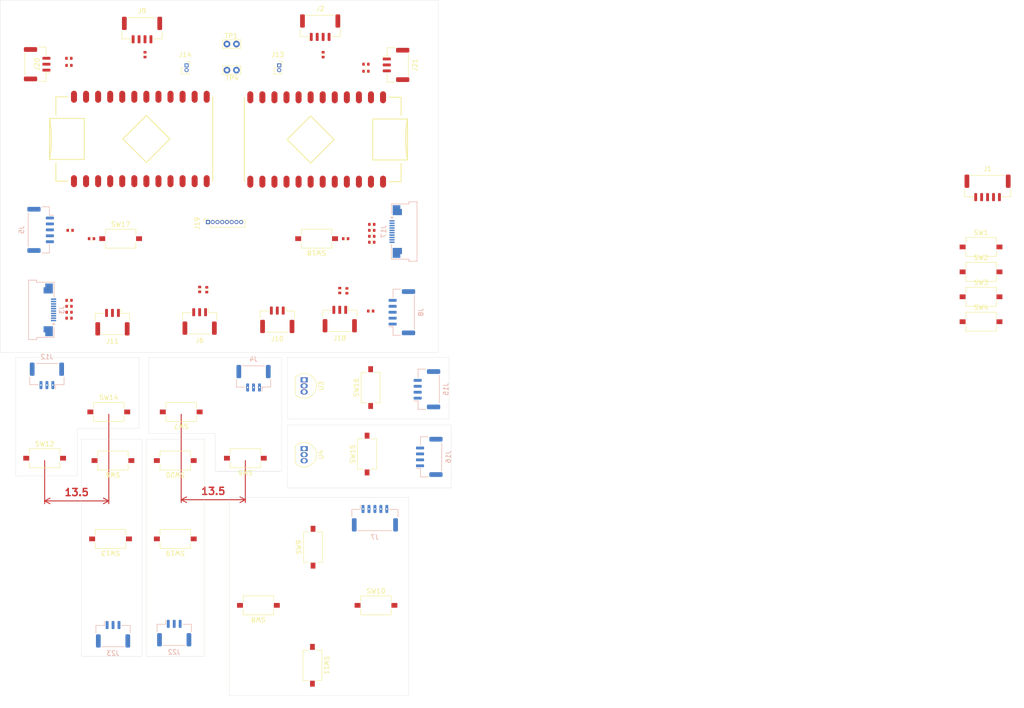
<source format=kicad_pcb>
(kicad_pcb (version 20241229) (generator "pcbnew") (generator_version "9.0")
  (layers (0 "F.Cu" signal) (2 "B.Cu" signal) (13 "F.Paste" user) (15 "B.Paste" user) (5 "F.SilkS" user "F.Silkscreen") (7 "B.SilkS" user "B.Silkscreen") (1 "F.Mask" user) (3 "B.Mask" user) (25 "Edge.Cuts" user))
  (net 0 "")
  (net 1 "/Btn_Y")
  (net 2 "/Btn_A")
  (net 3 "/Btn_B")
  (net 4 "/Btn_X")
  (net 5 "GND")
  (net 6 "/L1")
  (net 7 "VCC")
  (net 8 "/L2")
  (net 9 "/Xout")
  (net 10 "/Yout")
  (net 11 "/Btn")
  (net 12 "/PP4")
  (net 13 "/Btn_SP2")
  (net 14 "/Btn_+")
  (net 15 "/X")
  (net 16 "/Y")
  (net 17 "/A")
  (net 18 "/B")
  (net 19 "/Btn2")
  (net 20 "/Y2out")
  (net 21 "/X2out")
  (net 22 "/Btn_U")
  (net 23 "/Btn_L")
  (net 24 "/Btn_R")
  (net 25 "/Btn_D")
  (net 26 "/U")
  (net 27 "/D")
  (net 28 "/R")
  (net 29 "/L")
  (net 30 "VCC2")
  (net 31 "/R1")
  (net 32 "/R2")
  (net 33 "/A3")
  (net 34 "/A32")
  (net 35 "/FB_VCC")
  (net 36 "/Btn_SP3")
  (net 37 "/Btn_-")
  (net 38 "/SR_VCC")
  (net 39 "SCL")
  (net 40 "SDA")
  (net 42 "/Vin")
  (net 43 "/Pad3")
  (net 44 "/Pad4")
  (net 45 "/D_VCC")
  (net 46 "/SL_VCC")
  (net 48 "/Pad1")
  (net 49 "/Pad2")
  (net 52 "/Vin2")
  (net 56 "/L2P")
  (net 57 "GND_LSP")
  (net 58 "/L1P")
  (net 59 "VCC_LSP")
  (net 60 "VCC_RSP")
  (net 61 "/R1P")
  (net 62 "/R2P")
  (net 63 "GND_RSP")
  (net 70 "/AD0")
  (net 71 "/SP3")
  (net 72 "/minus")
  (net 73 "/SP2")
  (net 74 "/plus")
  (net 75 "/PPVCC2")
  (net 76 "/RST2")
  (net 77 "/PP3")
  (net 78 "/RST1")
  (net 79 "/PP2")
  (net 80 "/PPVCC1")
  (net 81 "/PP1")
  (footprint "PCM_SparkFun-Resistor:R_0402_1005Metric" (layer "F.Cu") (at 34.26 80 180)
    (property "Reference" "R21")
    (property "Value" "1k")
    (pad "1" smd roundrect (at -0.51 0 180) (size 0.54 0.64) (layers "F.Cu" "F.Mask" "F.Paste") (net 27 "/D"))
    (pad "2" smd roundrect (at 0.51 0 180) (size 0.54 0.64) (layers "F.Cu" "F.Mask" "F.Paste") (net 5 "GND"))
  )
  (footprint "Package_TO_SOT_THT:TO-92_Inline" (layer "F.Cu") (at 83.75 96.75 -90)
    (property "Reference" "U3" (at 1.27 -3.56 90) (layer "F.SilkS"))
    (property "Value" "DRV5033FAxLPG")
    (pad "1" thru_hole rect (at 0 0 270) (size 1.05 1.5) (drill 0.75) (layers "*.Cu" "*.Mask") (net 59 "VCC_LSP"))
    (pad "2" thru_hole oval (at 1.27 0 270) (size 1.05 1.5) (drill 0.75) (layers "*.Cu" "*.Mask") (net 57 "GND_LSP"))
    (pad "3" thru_hole oval (at 2.54 0 270) (size 1.05 1.5) (drill 0.75) (layers "*.Cu" "*.Mask") (net 56 "/L2P"))
  )
  (footprint "Button_Switch_SMD:SW_Tactile_SPST_NO_Straight_CK_PTS636Sx25SMTRLFS" (layer "F.Cu") (at 71.375 113.25 180)
    (property "Reference" "SW5" (at 0 -3 180) (layer "F.SilkS"))
    (property "Value" "SMD_12x12mm_h8.5mm")
    (pad "1" smd rect (at -3.875 0 180) (size 1.25 1) (layers "F.Cu" "F.Mask" "F.Paste") (net 14 "/Btn_+"))
    (pad "2" smd rect (at 3.875 0 180) (size 1.25 1) (layers "F.Cu" "F.Mask" "F.Paste") (net 38 "/SR_VCC"))
  )
  (footprint "Button_Switch_SMD:SW_Tactile_SPST_NO_Straight_CK_PTS636Sx25SMTRLFS" (layer "F.Cu") (at 226.25 79.25)
    (property "Reference" "SW3" (at 0 -3 0) (layer "F.SilkS"))
    (property "Value" "SMD_12x12mm_h8.5mm")
    (pad "1" smd rect (at -3.875 0) (size 1.25 1) (layers "F.Cu" "F.Mask" "F.Paste") (net 3 "/Btn_B"))
    (pad "2" smd rect (at 3.875 0) (size 1.25 1) (layers "F.Cu" "F.Mask" "F.Paste") (net 35 "/FB_VCC"))
  )
  (footprint "Button_Switch_SMD:SW_Tactile_SPST_NO_Straight_CK_PTS636Sx25SMTRLFS" (layer "F.Cu") (at 43.5 113.75 180)
    (property "Reference" "SW6" (at 0 -3 180) (layer "F.SilkS"))
    (property "Value" "SMD_12x12mm_h8.5mm")
    (pad "1" smd rect (at -3.875 0 180) (size 1.25 1) (layers "F.Cu" "F.Mask" "F.Paste") (net 79 "/PP2"))
    (pad "2" smd rect (at 3.875 0 180) (size 1.25 1) (layers "F.Cu" "F.Mask" "F.Paste") (net 80 "/PPVCC1"))
  )
  (footprint "PCM_SparkFun-Resistor:R_0402_1005Metric" (layer "F.Cu") (at 38.99 67 180)
    (property "Reference" "R13")
    (property "Value" "1k")
    (pad "1" smd roundrect (at -0.51 0 180) (size 0.54 0.64) (layers "F.Cu" "F.Mask" "F.Paste") (net 76 "/RST2"))
    (pad "2" smd roundrect (at 0.51 0 180) (size 0.54 0.64) (layers "F.Cu" "F.Mask" "F.Paste") (net 5 "GND"))
  )
  (footprint "Connector_PinSocket_1.00mm:PinSocket_1x02_P1.00mm_Vertical" (layer "F.Cu") (at 59 30.5)
    (property "Reference" "J14" (at -0.29 -2.25 0) (layer "F.SilkS"))
    (property "Value" "Conn_01x02_Socket")
    (pad "1" thru_hole rect (at 0 0) (size 0.85 0.85) (drill 0.5) (layers "*.Cu" "*.Mask") (net 52 "/Vin2"))
    (pad "2" thru_hole circle (at 0 1) (size 0.85 0.85) (drill 0.5) (layers "*.Cu" "*.Mask") (net 5 "GND"))
  )
  (footprint "PCM_SparkFun-Resistor:R_0402_1005Metric" (layer "F.Cu") (at 92.49 67)
    (property "Reference" "R19")
    (property "Value" "1k")
    (pad "1" smd roundrect (at -0.51 0) (size 0.54 0.64) (layers "F.Cu" "F.Mask" "F.Paste") (net 78 "/RST1"))
    (pad "2" smd roundrect (at 0.51 0) (size 0.54 0.64) (layers "F.Cu" "F.Mask" "F.Paste") (net 5 "GND"))
  )
  (footprint "PCM_SparkFun-Resistor:R_0402_1005Metric" (layer "F.Cu") (at 97.99 67.75 180)
    (property "Reference" "R4")
    (property "Value" "1k")
    (pad "1" smd roundrect (at -0.51 0 180) (size 0.54 0.64) (layers "F.Cu" "F.Mask" "F.Paste") (net 17 "/A"))
    (pad "2" smd roundrect (at 0.51 0 180) (size 0.54 0.64) (layers "F.Cu" "F.Mask" "F.Paste") (net 5 "GND"))
  )
  (footprint "PCM_SparkFun-Board:ProMicroC" (layer "F.Cu") (at 48 46 90)
    (property "Reference" "U2")
    (property "Value" "ProMicroC")
    (pad "1" smd roundrect (at -8.89 -12.7 90) (size 2.54 1.27) (layers "F.Cu" "F.Mask" "F.Paste") (roundrect_rratio 0.5))
    (pad "2" smd roundrect (at -8.89 -10.16 90) (size 2.54 1.27) (layers "F.Cu" "F.Mask" "F.Paste") (roundrect_rratio 0.5))
    (pad "3" smd roundrect (at -8.89 -7.62 90) (size 2.54 1.27) (layers "F.Cu" "F.Mask" "F.Paste") (roundrect_rratio 0.5) (net 5 "GND"))
    (pad "4" smd roundrect (at -8.89 -5.08 90) (size 2.54 1.27) (layers "F.Cu" "F.Mask" "F.Paste") (roundrect_rratio 0.5) (net 5 "GND"))
    (pad "5" smd roundrect (at -8.89 -2.54 90) (size 2.54 1.27) (layers "F.Cu" "F.Mask" "F.Paste") (roundrect_rratio 0.5) (net 40 "SDA"))
    (pad "6" smd roundrect (at -8.89 0 90) (size 2.54 1.27) (layers "F.Cu" "F.Mask" "F.Paste") (roundrect_rratio 0.5) (net 39 "SCL"))
    (pad "7" smd roundrect (at -8.89 2.54 90) (size 2.54 1.27) (layers "F.Cu" "F.Mask" "F.Paste") (roundrect_rratio 0.5) (net 26 "/U"))
    (pad "8" smd roundrect (at -8.89 5.08 90) (size 2.54 1.27) (layers "F.Cu" "F.Mask" "F.Paste") (roundrect_rratio 0.5) (net 29 "/L"))
    (pad "9" smd roundrect (at -8.89 7.62 90) (size 2.54 1.27) (layers "F.Cu" "F.Mask" "F.Paste") (roundrect_rratio 0.5) (net 28 "/R"))
    (pad "10" smd roundrect (at -8.89 10.16 90) (size 2.54 1.27) (layers "F.Cu" "F.Mask" "F.Paste") (roundrect_rratio 0.5) (net 27 "/D"))
    (pad "11" smd roundrect (at -8.89 12.7 90) (size 2.54 1.27) (layers "F.Cu" "F.Mask" "F.Paste") (roundrect_rratio 0.5) (net 19 "/Btn2"))
    (pad "12" smd roundrect (at -8.89 15.24 90) (size 2.54 1.27) (layers "F.Cu" "F.Mask" "F.Paste") (roundrect_rratio 0.5) (net 6 "/L1"))
    (pad "13" smd roundrect (at 8.89 15.24 90) (size 2.54 1.27) (layers "F.Cu" "F.Mask" "F.Paste") (roundrect_rratio 0.5) (net 72 "/minus"))
    (pad "14" smd roundrect (at 8.89 12.7 90) (size 2.54 1.27) (layers "F.Cu" "F.Mask" "F.Paste") (roundrect_rratio 0.5) (net 71 "/SP3"))
    (pad "15" smd roundrect (at 8.89 10.16 90) (size 2.54 1.27) (layers "F.Cu" "F.Mask" "F.Paste") (roundrect_rratio 0.5) (net 43 "/Pad3"))
    (pad "16" smd roundrect (at 8.89 7.62 90) (size 2.54 1.27) (layers "F.Cu" "F.Mask" "F.Paste") (roundrect_rratio 0.5) (net 44 "/Pad4"))
    (pad "17" smd roundrect (at 8.89 5.08 90) (size 2.54 1.27) (layers "F.Cu" "F.Mask" "F.Paste") (roundrect_rratio 0.5) (net 21 "/X2out"))
    (pad "18" smd roundrect (at 8.89 2.54 90) (size 2.54 1.27) (layers "F.Cu" "F.Mask" "F.Paste") (roundrect_rratio 0.5) (net 20 "/Y2out"))
    (pad "19" smd roundrect (at 8.89 0 90) (size 2.54 1.27) (layers "F.Cu" "F.Mask" "F.Paste") (roundrect_rratio 0.5) (net 8 "/L2"))
    (pad "20" smd roundrect (at 8.89 -2.54 90) (size 2.54 1.27) (layers "F.Cu" "F.Mask" "F.Paste") (roundrect_rratio 0.5) (net 34 "/A32"))
    (pad "21" smd roundrect (at 8.89 -5.08 90) (size 2.54 1.27) (layers "F.Cu" "F.Mask" "F.Paste") (roundrect_rratio 0.5) (net 30 "VCC2"))
    (pad "22" smd roundrect (at 8.89 -7.62 90) (size 2.54 1.27) (layers "F.Cu" "F.Mask" "F.Paste") (roundrect_rratio 0.5) (net 76 "/RST2"))
    (pad "23" smd roundrect (at 8.89 -10.16 90) (size 2.54 1.27) (layers "F.Cu" "F.Mask" "F.Paste") (roundrect_rratio 0.5) (net 5 "GND"))
    (pad "24" smd roundrect (at 8.89 -12.7 90) (size 2.54 1.27) (layers "F.Cu" "F.Mask" "F.Paste") (roundrect_rratio 0.5) (net 52 "/Vin2"))
  )
  (footprint "Connector_JST:JST_GH_BM03B-GHS-TBT_1x03-1MP_P1.25mm_Vertical" (layer "F.Cu") (at 103.1 30.4 -90)
    (property "Reference" "J21" (at 0 -4 90) (layer "F.SilkS"))
    (property "Value" "JST_1mm_3")
    (pad "1" smd roundrect (at -1.25 1.95 270) (size 0.6 1.7) (layers "F.Cu" "F.Mask" "F.Paste") (net 7 "VCC"))
    (pad "2" smd roundrect (at 0 1.95 270) (size 0.6 1.7) (layers "F.Cu" "F.Mask" "F.Paste") (net 74 "/plus"))
    (pad "3" smd roundrect (at 1.25 1.95 270) (size 0.6 1.7) (layers "F.Cu" "F.Mask" "F.Paste") (net 73 "/SP2"))
    (pad "MP" smd roundrect (at -3.1 -1.4 270) (size 1 2.8) (layers "F.Cu" "F.Mask" "F.Paste"))
    (pad "MP" smd roundrect (at 3.1 -1.4 270) (size 1 2.8) (layers "F.Cu" "F.Mask" "F.Paste"))
  )
  (footprint "Button_Switch_SMD:SW_Tactile_SPST_NO_Straight_CK_PTS636Sx25SMTRLFS" (layer "F.Cu") (at 226.25 84.5)
    (property "Reference" "SW4" (at 0 -3 0) (layer "F.SilkS"))
    (property "Value" "SMD_12x12mm_h8.5mm")
    (pad "1" smd rect (at -3.875 0) (size 1.25 1) (layers "F.Cu" "F.Mask" "F.Paste") (net 2 "/Btn_A"))
    (pad "2" smd rect (at 3.875 0) (size 1.25 1) (layers "F.Cu" "F.Mask" "F.Paste") (net 35 "/FB_VCC"))
  )
  (footprint "Button_Switch_SMD:SW_Tactile_SPST_NO_Straight_CK_PTS636Sx25SMTRLFS" (layer "F.Cu") (at 85.625 132 90)
    (property "Reference" "SW9" (at 0 -3 90) (layer "F.SilkS"))
    (property "Value" "SMD_12x12mm_h8.5mm")
    (pad "1" smd rect (at -3.875 0 90) (size 1.25 1) (layers "F.Cu" "F.Mask" "F.Paste") (net 22 "/Btn_U"))
    (pad "2" smd rect (at 3.875 0 90) (size 1.25 1) (layers "F.Cu" "F.Mask" "F.Paste") (net 45 "/D_VCC"))
  )
  (footprint "Button_Switch_SMD:SW_Tactile_SPST_NO_Straight_CK_PTS636Sx25SMTRLFS" (layer "F.Cu") (at 29.125 113.25)
    (property "Reference" "SW12" (at 0 -3 0) (layer "F.SilkS"))
    (property "Value" "SMD_12x12mm_h8.5mm")
    (pad "1" smd rect (at -3.875 0) (size 1.25 1) (layers "F.Cu" "F.Mask" "F.Paste") (net 37 "/Btn_-"))
    (pad "2" smd rect (at 3.875 0) (size 1.25 1) (layers "F.Cu" "F.Mask" "F.Paste") (net 46 "/SL_VCC"))
  )
  (footprint "Connector_JST:JST_GH_BM03B-GHS-TBT_1x03-1MP_P1.25mm_Vertical" (layer "F.Cu") (at 27.55 30.25 90)
    (property "Reference" "J20" (at 0 0 90) (layer "F.SilkS"))
    (property "Value" "JST_1mm_3")
    (pad "1" smd roundrect (at -1.25 1.95 90) (size 0.6 1.7) (layers "F.Cu" "F.Mask" "F.Paste") (net 30 "VCC2"))
    (pad "2" smd roundrect (at 0 1.95 90) (size 0.6 1.7) (layers "F.Cu" "F.Mask" "F.Paste") (net 71 "/SP3"))
    (pad "3" smd roundrect (at 1.25 1.95 90) (size 0.6 1.7) (layers "F.Cu" "F.Mask" "F.Paste") (net 72 "/minus"))
    (pad "MP" smd roundrect (at -3.1 -1.4 90) (size 1 2.8) (layers "F.Cu" "F.Mask" "F.Paste"))
    (pad "MP" smd roundrect (at 3.1 -1.4 90) (size 1 2.8) (layers "F.Cu" "F.Mask" "F.Paste"))
  )
  (footprint "Connector_JST:JST_GH_BM04B-GHS-TBT_1x04-1MP_P1.25mm_Vertical" (layer "F.Cu") (at 49.625 23.05)
    (property "Reference" "J9" (at 0 -4 0) (layer "F.SilkS"))
    (property "Value" "Conn_01x04")
    (pad "1" smd roundrect (at -1.875 1.95) (size 0.6 1.7) (layers "F.Cu" "F.Mask" "F.Paste") (net 30 "VCC2"))
    (pad "2" smd roundrect (at -0.625 1.95) (size 0.6 1.7) (layers "F.Cu" "F.Mask" "F.Paste") (net 5 "GND"))
    (pad "3" smd roundrect (at 0.625 1.95) (size 0.6 1.7) (layers "F.Cu" "F.Mask" "F.Paste") (net 6 "/L1"))
    (pad "4" smd roundrect (at 1.875 1.95) (size 0.6 1.7) (layers "F.Cu" "F.Mask" "F.Paste") (net 8 "/L2"))
    (pad "MP" smd roundrect (at -3.725 -1.4) (size 1 2.8) (layers "F.Cu" "F.Mask" "F.Paste"))
    (pad "MP" smd roundrect (at 3.725 -1.4) (size 1 2.8) (layers "F.Cu" "F.Mask" "F.Paste"))
  )
  (footprint "TestPoint:TestPoint_Bridge_Pitch2.0mm_Drill0.7mm" (layer "F.Cu") (at 69.5 26 180)
    (property "Reference" "TP1" (at 1.1 1.7 0) (layer "F.SilkS"))
    (property "Value" "TestPoint_2Pole")
    (pad "1" thru_hole circle (at 0 0 180) (size 1.4 1.4) (drill 0.7) (layers "*.Cu" "*.Mask") (net 30 "VCC2"))
    (pad "1" thru_hole circle (at 2 0 180) (size 1.4 1.4) (drill 0.7) (layers "*.Cu" "*.Mask") (net 30 "VCC2"))
  )
  (footprint "Button_Switch_SMD:SW_Tactile_SPST_NO_Straight_CK_PTS636Sx25SMTRLFS" (layer "F.Cu") (at 86.375 67 180)
    (property "Reference" "SW18" (at 0 -3 180) (layer "F.SilkS"))
    (property "Value" "SMD_12x12mm_h8.5mm")
    (pad "1" smd rect (at -3.875 0 180) (size 1.25 1) (layers "F.Cu" "F.Mask" "F.Paste") (net 78 "/RST1"))
    (pad "2" smd rect (at 3.875 0 180) (size 1.25 1) (layers "F.Cu" "F.Mask" "F.Paste") (net 7 "VCC"))
  )
  (footprint "PCM_SparkFun-Resistor:R_0402_1005Metric" (layer "F.Cu") (at 34.26 83.75 180)
    (property "Reference" "R6")
    (property "Value" "1k")
    (pad "1" smd roundrect (at -0.51 0 180) (size 0.54 0.64) (layers "F.Cu" "F.Mask" "F.Paste") (net 26 "/U"))
    (pad "2" smd roundrect (at 0.51 0 180) (size 0.54 0.64) (layers "F.Cu" "F.Mask" "F.Paste") (net 5 "GND"))
  )
  (footprint "Connector_JST:JST_GH_BM04B-GHS-TBT_1x04-1MP_P1.25mm_Vertical" (layer "F.Cu") (at 87.125 22.55)
    (property "Reference" "J2" (at 0 -4 0) (layer "F.SilkS"))
    (property "Value" "Conn_01x04")
    (pad "1" smd roundrect (at -1.875 1.95) (size 0.6 1.7) (layers "F.Cu" "F.Mask" "F.Paste") (net 7 "VCC"))
    (pad "2" smd roundrect (at -0.625 1.95) (size 0.6 1.7) (layers "F.Cu" "F.Mask" "F.Paste") (net 5 "GND"))
    (pad "3" smd roundrect (at 0.625 1.95) (size 0.6 1.7) (layers "F.Cu" "F.Mask" "F.Paste") (net 31 "/R1"))
    (pad "4" smd roundrect (at 1.875 1.95) (size 0.6 1.7) (layers "F.Cu" "F.Mask" "F.Paste") (net 32 "/R2"))
    (pad "MP" smd roundrect (at -3.725 -1.4) (size 1 2.8) (layers "F.Cu" "F.Mask" "F.Paste"))
    (pad "MP" smd roundrect (at 3.725 -1.4) (size 1 2.8) (layers "F.Cu" "F.Mask" "F.Paste"))
  )
  (footprint "Button_Switch_SMD:SW_Tactile_SPST_NO_Straight_CK_PTS636Sx25SMTRLFS" (layer "F.Cu") (at 42.625 103.5)
    (property "Reference" "SW14" (at 0 -3 0) (layer "F.SilkS"))
    (property "Value" "SMD_12x12mm_h8.5mm")
    (pad "1" smd rect (at -3.875 0) (size 1.25 1) (layers "F.Cu" "F.Mask" "F.Paste") (net 36 "/Btn_SP3"))
    (pad "2" smd rect (at 3.875 0) (size 1.25 1) (layers "F.Cu" "F.Mask" "F.Paste") (net 46 "/SL_VCC"))
  )
  (footprint "PCM_SparkFun-Resistor:R_0402_1005Metric" (layer "F.Cu") (at 50.25 28.24 -90)
    (property "Reference" "R3")
    (property "Value" "1k")
    (pad "1" smd roundrect (at -0.51 0 270) (size 0.54 0.64) (layers "F.Cu" "F.Mask" "F.Paste") (net 6 "/L1"))
    (pad "2" smd roundrect (at 0.51 0 270) (size 0.54 0.64) (layers "F.Cu" "F.Mask" "F.Paste") (net 5 "GND"))
  )
  (footprint "PCM_SparkFun-Resistor:R_0402_1005Metric" (layer "F.Cu") (at 97.99 65.25 180)
    (property "Reference" "R1")
    (property "Value" "1k")
    (pad "1" smd roundrect (at -0.51 0 180) (size 0.54 0.64) (layers "F.Cu" "F.Mask" "F.Paste") (net 15 "/X"))
    (pad "2" smd roundrect (at 0.51 0 180) (size 0.54 0.64) (layers "F.Cu" "F.Mask" "F.Paste") (net 5 "GND"))
  )
  (footprint "PCM_SparkFun-Resistor:R_0402_1005Metric" (layer "F.Cu") (at 87.75 28.24 -90)
    (property "Reference" "R9")
    (property "Value" "1k")
    (pad "1" smd roundrect (at -0.51 0 270) (size 0.54 0.64) (layers "F.Cu" "F.Mask" "F.Paste") (net 31 "/R1"))
    (pad "2" smd roundrect (at 0.51 0 270) (size 0.54 0.64) (layers "F.Cu" "F.Mask" "F.Paste") (net 5 "GND"))
  )
  (footprint "Connector_JST:JST_GH_BM05B-GHS-TBT_1x05-1MP_P1.25mm_Vertical" (layer "F.Cu") (at 227.625 56.3)
    (property "Reference" "J1" (at 0 -4 0) (layer "F.SilkS"))
    (property "Value" "Conn_01x05")
    (pad "1" smd roundrect (at -2.5 1.95) (size 0.6 1.7) (layers "F.Cu" "F.Mask" "F.Paste") (net 35 "/FB_VCC"))
    (pad "2" smd roundrect (at -1.25 1.95) (size 0.6 1.7) (layers "F.Cu" "F.Mask" "F.Paste") (net 1 "/Btn_Y"))
    (pad "3" smd roundrect (at 0 1.95) (size 0.6 1.7) (layers "F.Cu" "F.Mask" "F.Paste") (net 4 "/Btn_X"))
    (pad "4" smd roundrect (at 1.25 1.95) (size 0.6 1.7) (layers "F.Cu" "F.Mask" "F.Paste") (net 3 "/Btn_B"))
    (pad "5" smd roundrect (at 2.5 1.95) (size 0.6 1.7) (layers "F.Cu" "F.Mask" "F.Paste") (net 2 "/Btn_A"))
    (pad "MP" smd roundrect (at -4.35 -1.4) (size 1 2.8) (layers "F.Cu" "F.Mask" "F.Paste"))
    (pad "MP" smd roundrect (at 4.35 -1.4) (size 1 2.8) (layers "F.Cu" "F.Mask" "F.Paste"))
  )
  (footprint "Connector_PinSocket_1.00mm:PinSocket_1x02_P1.00mm_Vertical" (layer "F.Cu") (at 78.5 30.5)
    (property "Reference" "J13" (at -0.29 -2.25 0) (layer "F.SilkS"))
    (property "Value" "Conn_01x02_Socket")
    (pad "1" thru_hole rect (at 0 0) (size 0.85 0.85) (drill 0.5) (layers "*.Cu" "*.Mask") (net 42 "/Vin"))
    (pad "2" thru_hole circle (at 0 1) (size 0.85 0.85) (drill 0.5) (layers "*.Cu" "*.Mask") (net 5 "GND"))
  )
  (footprint "Connector_JST:JST_GH_BM03B-GHS-TBT_1x03-1MP_P1.25mm_Vertical" (layer "F.Cu") (at 61.75 84.45 180)
    (property "Reference" "J6" (at 0 -4 0) (layer "F.SilkS"))
    (property "Value" "JST_1mm_3")
    (pad "1" smd roundrect (at -1.25 1.95 180) (size 0.6 1.7) (layers "F.Cu" "F.Mask" "F.Paste") (net 44 "/Pad4"))
    (pad "2" smd roundrect (at 0 1.95 180) (size 0.6 1.7) (layers "F.Cu" "F.Mask" "F.Paste") (net 43 "/Pad3"))
    (pad "3" smd roundrect (at 1.25 1.95 180) (size 0.6 1.7) (layers "F.Cu" "F.Mask" "F.Paste") (net 30 "VCC2"))
    (pad "MP" smd roundrect (at -3.1 -1.4 180) (size 1 2.8) (layers "F.Cu" "F.Mask" "F.Paste"))
    (pad "MP" smd roundrect (at 3.1 -1.4 180) (size 1 2.8) (layers "F.Cu" "F.Mask" "F.Paste"))
  )
  (footprint "PCM_SparkFun-Resistor:R_0402_1005Metric" (layer "F.Cu") (at 63.25 77.76 90)
    (property "Reference" "R11")
    (property "Value" "1k")
    (pad "1" smd roundrect (at -0.51 0 90) (size 0.54 0.64) (layers "F.Cu" "F.Mask" "F.Paste") (net 44 "/Pad4"))
    (pad "2" smd roundrect (at 0.51 0 90) (size 0.54 0.64) (layers "F.Cu" "F.Mask" "F.Paste") (net 5 "GND"))
  )
  (footprint "PCM_SparkFun-Resistor:R_0402_1005Metric" (layer "F.Cu") (at 97.99 66.5 180)
    (property "Reference" "R14")
    (property "Value" "1k")
    (pad "1" smd roundrect (at -0.51 0 180) (size 0.54 0.64) (layers "F.Cu" "F.Mask" "F.Paste") (net 18 "/B"))
    (pad "2" smd roundrect (at 0.51 0 180) (size 0.54 0.64) (layers "F.Cu" "F.Mask" "F.Paste") (net 5 "GND"))
  )
  (footprint "PCM_SparkFun-Resistor:R_0402_1005Metric" (layer "F.Cu") (at 61.76 77.69 90)
    (property "Reference" "R17")
    (property "Value" "1k")
    (pad "1" smd roundrect (at -0.51 0 90) (size 0.54 0.64) (layers "F.Cu" "F.Mask" "F.Paste") (net 43 "/Pad3"))
    (pad "2" smd roundrect (at 0.51 0 90) (size 0.54 0.64) (layers "F.Cu" "F.Mask" "F.Paste") (net 5 "GND"))
  )
  (footprint "Button_Switch_SMD:SW_Tactile_SPST_NO_Straight_CK_PTS636Sx25SMTRLFS" (layer "F.Cu") (at 98.875 144.25)
    (property "Reference" "SW10" (at 0 -3 0) (layer "F.SilkS"))
    (property "Value" "SMD_12x12mm_h8.5mm")
    (pad "1" smd rect (at -3.875 0) (size 1.25 1) (layers "F.Cu" "F.Mask" "F.Paste") (net 25 "/Btn_D"))
    (pad "2" smd rect (at 3.875 0) (size 1.25 1) (layers "F.Cu" "F.Mask" "F.Paste") (net 45 "/D_VCC"))
  )
  (footprint "PCM_SparkFun-Resistor:R_0402_1005Metric" (layer "F.Cu") (at 34.24 30.5)
    (property "Reference" "R5")
    (property "Value" "1k")
    (pad "1" smd roundrect (at -0.51 0) (size 0.54 0.64) (layers "F.Cu" "F.Mask" "F.Paste") (net 71 "/SP3"))
    (pad "2" smd roundrect (at 0.51 0) (size 0.54 0.64) (layers "F.Cu" "F.Mask" "F.Paste") (net 5 "GND"))
  )
  (footprint "PCM_SparkFun-Resistor:R_0402_1005Metric" (layer "F.Cu") (at 34.26 82.5 180)
    (property "Reference" "R7")
    (property "Value" "1k")
    (pad "1" smd roundrect (at -0.51 0 180) (size 0.54 0.64) (layers "F.Cu" "F.Mask" "F.Paste") (net 29 "/L"))
    (pad "2" smd roundrect (at 0.51 0 180) (size 0.54 0.64) (layers "F.Cu" "F.Mask" "F.Paste") (net 5 "GND"))
  )
  (footprint "Connector_PinSocket_1.00mm:PinSocket_1x08_P1.00mm_Vertical" (layer "F.Cu") (at 63.5 63.5 90)
    (property "Reference" "J19" (at -0.29 -2.25 90) (layer "F.SilkS"))
    (property "Value" "Conn_01x08_Socket")
    (pad "1" thru_hole rect (at 0 0 90) (size 0.85 0.85) (drill 0.5) (layers "*.Cu" "*.Mask") (net 30 "VCC2"))
    (pad "2" thru_hole circle (at 0 1 90) (size 0.85 0.85) (drill 0.5) (layers "*.Cu" "*.Mask") (net 5 "GND"))
    (pad "3" thru_hole circle (at 0 2 90) (size 0.85 0.85) (drill 0.5) (layers "*.Cu" "*.Mask") (net 39 "SCL"))
    (pad "4" thru_hole circle (at 0 3 90) (size 0.85 0.85) (drill 0.5) (layers "*.Cu" "*.Mask") (net 40 "SDA"))
    (pad "5" thru_hole circle (at 0 4 90) (size 0.85 0.85) (drill 0.5) (layers "*.Cu" "*.Mask"))
    (pad "6" thru_hole circle (at 0 5 90) (size 0.85 0.85) (drill 0.5) (layers "*.Cu" "*.Mask"))
    (pad "7" thru_hole circle (at 0 6 90) (size 0.85 0.85) (drill 0.5) (layers "*.Cu" "*.Mask") (net 70 "/AD0"))
    (pad "8" thru_hole circle (at 0 7 90) (size 0.85 0.85) (drill 0.5) (layers "*.Cu" "*.Mask"))
  )
  (footprint "TestPoint:TestPoint_Bridge_Pitch2.0mm_Drill0.7mm" (layer "F.Cu") (at 67.5 31.5)
    (property "Reference" "TP4" (at 1.1 1.7 0) (layer "F.SilkS"))
    (property "Value" "TestPoint_2Pole")
    (pad "1" thru_hole circle (at 0 0) (size 1.4 1.4) (drill 0.7) (layers "*.Cu" "*.Mask") (net 7 "VCC"))
    (pad "1" thru_hole circle (at 2 0) (size 1.4 1.4) (drill 0.7) (layers "*.Cu" "*.Mask") (net 7 "VCC"))
  )
  (footprint "PCM_SparkFun-Board:ProMicroC" (layer "F.Cu") (at 87.66 46.11 -90)
    (property "Reference" "U1")
    (property "Value" "ProMicroC")
    (pad "1" smd roundrect (at -8.89 -12.7 270) (size 2.54 1.27) (layers "F.Cu" "F.Mask" "F.Paste") (roundrect_rratio 0.5))
    (pad "2" smd roundrect (at -8.89 -10.16 270) (size 2.54 1.27) (layers "F.Cu" "F.Mask" "F.Paste") (roundrect_rratio 0.5))
    (pad "3" smd roundrect (at -8.89 -7.62 270) (size 2.54 1.27) (layers "F.Cu" "F.Mask" "F.Paste") (roundrect_rratio 0.5) (net 5 "GND"))
    (pad "4" smd roundrect (at -8.89 -5.08 270) (size 2.54 1.27) (layers "F.Cu" "F.Mask" "F.Paste") (roundrect_rratio 0.5) (net 5 "GND"))
    (pad "5" smd roundrect (at -8.89 -2.54 270) (size 2.54 1.27) (layers "F.Cu" "F.Mask" "F.Paste") (roundrect_rratio 0.5) (net 40 "SDA"))
    (pad "6" smd roundrect (at -8.89 0 270) (size 2.54 1.27) (layers "F.Cu" "F.Mask" "F.Paste") (roundrect_rratio 0.5) (net 39 "SCL"))
    (pad "7" smd roundrect (at -8.89 2.54 270) (size 2.54 1.27) (layers "F.Cu" "F.Mask" "F.Paste") (roundrect_rratio 0.5) (net 17 "/A"))
    (pad "8" smd roundrect (at -8.89 5.08 270) (size 2.54 1.27) (layers "F.Cu" "F.Mask" "F.Paste") (roundrect_rratio 0.5) (net 18 "/B"))
    (pad "9" smd roundrect (at -8.89 7.62 270) (size 2.54 1.27) (layers "F.Cu" "F.Mask" "F.Paste") (roundrect_rratio 0.5) (net 16 "/Y"))
    (pad "10" smd roundrect (at -8.89 10.16 270) (size 2.54 1.27) (layers "F.Cu" "F.Mask" "F.Paste") (roundrect_rratio 0.5) (net 11 "/Btn"))
    (pad "11" smd roundrect (at -8.89 12.7 270) (size 2.54 1.27) (layers "F.Cu" "F.Mask" "F.Paste") (roundrect_rratio 0.5) (net 31 "/R1"))
    (pad "12" smd roundrect (at -8.89 15.24 270) (size 2.54 1.27) (layers "F.Cu" "F.Mask" "F.Paste") (roundrect_rratio 0.5) (net 15 "/X"))
    (pad "13" smd roundrect (at 8.89 15.24 270) (size 2.54 1.27) (layers "F.Cu" "F.Mask" "F.Paste") (roundrect_rratio 0.5) (net 73 "/SP2"))
    (pad "14" smd roundrect (at 8.89 12.7 270) (size 2.54 1.27) (layers "F.Cu" "F.Mask" "F.Paste") (roundrect_rratio 0.5) (net 74 "/plus"))
    (pad "15" smd roundrect (at 8.89 10.16 270) (size 2.54 1.27) (layers "F.Cu" "F.Mask" "F.Paste") (roundrect_rratio 0.5) (net 48 "/Pad1"))
    (pad "16" smd roundrect (at 8.89 7.62 270) (size 2.54 1.27) (layers "F.Cu" "F.Mask" "F.Paste") (roundrect_rratio 0.5) (net 49 "/Pad2"))
    (pad "17" smd roundrect (at 8.89 5.08 270) (size 2.54 1.27) (layers "F.Cu" "F.Mask" "F.Paste") (roundrect_rratio 0.5) (net 9 "/Xout"))
    (pad "18" smd roundrect (at 8.89 2.54 270) (size 2.54 1.27) (layers "F.Cu" "F.Mask" "F.Paste") (roundrect_rratio 0.5) (net 10 "/Yout"))
    (pad "19" smd roundrect (at 8.89 0 270) (size 2.54 1.27) (layers "F.Cu" "F.Mask" "F.Paste") (roundrect_rratio 0.5) (net 32 "/R2"))
    (pad "20" smd roundrect (at 8.89 -2.54 270) (size 2.54 1.27) (layers "F.Cu" "F.Mask" "F.Paste") (roundrect_rratio 0.5) (net 33 "/A3"))
    (pad "21" smd roundrect (at 8.89 -5.08 270) (size 2.54 1.27) (layers "F.Cu" "F.Mask" "F.Paste") (roundrect_rratio 0.5) (net 7 "VCC"))
    (pad "22" smd roundrect (at 8.89 -7.62 270) (size 2.54 1.27) (layers "F.Cu" "F.Mask" "F.Paste") (roundrect_rratio 0.5) (net 78 "/RST1"))
    (pad "23" smd roundrect (at 8.89 -10.16 270) (size 2.54 1.27) (layers "F.Cu" "F.Mask" "F.Paste") (roundrect_rratio 0.5) (net 5 "GND"))
    (pad "24" smd roundrect (at 8.89 -12.7 270) (size 2.54 1.27) (layers "F.Cu" "F.Mask" "F.Paste") (roundrect_rratio 0.5) (net 42 "/Vin"))
  )
  (footprint "PCM_SparkFun-Resistor:R_0402_1005Metric" (layer "F.Cu") (at 96.76 30.25 180)
    (property "Reference" "R22")
    (property "Value" "1k")
    (pad "1" smd roundrect (at -0.51 0 180) (size 0.54 0.64) (layers "F.Cu" "F.Mask" "F.Paste") (net 74 "/plus"))
    (pad "2" smd roundrect (at 0.51 0 180) (size 0.54 0.64) (layers "F.Cu" "F.Mask" "F.Paste") (net 5 "GND"))
  )
  (footprint "Button_Switch_SMD:SW_Tactile_SPST_NO_Straight_CK_PTS636Sx25SMTRLFS" (layer "F.Cu") (at 56.625 130.25 180)
    (property "Reference" "SW19" (at 0 -3 180) (layer "F.SilkS"))
    (property "Value" "SMD_12x12mm_h8.5mm")
    (pad "1" smd rect (at -3.875 0 180) (size 1.25 1) (layers "F.Cu" "F.Mask" "F.Paste") (net 77 "/PP3"))
    (pad "2" smd rect (at 3.875 0 180) (size 1.25 1) (layers "F.Cu" "F.Mask" "F.Paste") (net 75 "/PPVCC2"))
  )
  (footprint "Connector_JST:JST_GH_BM03B-GHS-TBT_1x03-1MP_P1.25mm_Vertical" (layer "F.Cu") (at 43.4 84.6 180)
    (property "Reference" "J11" (at 0 -4 0) (layer "F.SilkS"))
    (property "Value" "JST_1mm_3")
    (pad "1" smd roundrect (at -1.25 1.95 180) (size 0.6 1.7) (layers "F.Cu" "F.Mask" "F.Paste") (net 30 "VCC2"))
    (pad "2" smd roundrect (at 0 1.95 180) (size 0.6 1.7) (layers "F.Cu" "F.Mask" "F.Paste") (net 5 "GND"))
    (pad "3" smd roundrect (at 1.25 1.95 180) (size 0.6 1.7) (layers "F.Cu" "F.Mask" "F.Paste") (net 34 "/A32"))
    (pad "MP" smd roundrect (at -3.1 -1.4 180) (size 1 2.8) (layers "F.Cu" "F.Mask" "F.Paste"))
    (pad "MP" smd roundrect (at 3.1 -1.4 180) (size 1 2.8) (layers "F.Cu" "F.Mask" "F.Paste"))
  )
  (footprint "PCM_SparkFun-Resistor:R_0402_1005Metric" (layer "F.Cu") (at 34.49 65.25)
    (property "Reference" "R18")
    (property "Value" "1k")
    (pad "1" smd roundrect (at -0.51 0) (size 0.54 0.64) (layers "F.Cu" "F.Mask" "F.Paste") (net 19 "/Btn2"))
    (pad "2" smd roundrect (at 0.51 0) (size 0.54 0.64) (layers "F.Cu" "F.Mask" "F.Paste") (net 5 "GND"))
  )
  (footprint "PCM_SparkFun-Resistor:R_0402_1005Metric" (layer "F.Cu") (at 96.76 31.73 180)
    (property "Reference" "R20")
    (property "Value" "1k")
    (pad "1" smd roundrect (at -0.51 0 180) (size 0.54 0.64) (layers "F.Cu" "F.Mask" "F.Paste") (net 73 "/SP2"))
    (pad "2" smd roundrect (at 0.51 0 180) (size 0.54 0.64) (layers "F.Cu" "F.Mask" "F.Paste") (net 5 "GND"))
  )
  (footprint "Button_Switch_SMD:SW_Tactile_SPST_NO_Straight_CK_PTS636Sx25SMTRLFS" (layer "F.Cu") (at 56.625 113.75 180)
    (property "Reference" "SW20" (at 0 -3 180) (layer "F.SilkS"))
    (property "Value" "SMD_12x12mm_h8.5mm")
    (pad "1" smd rect (at -3.875 0 180) (size 1.25 1) (layers "F.Cu" "F.Mask" "F.Paste") (net 12 "/PP4"))
    (pad "2" smd rect (at 3.875 0 180) (size 1.25 1) (layers "F.Cu" "F.Mask" "F.Paste") (net 75 "/PPVCC2"))
  )
  (footprint "Connector_JST:JST_GH_BM03B-GHS-TBT_1x03-1MP_P1.25mm_Vertical" (layer "F.Cu") (at 78.1 84.1 180)
    (property "Reference" "J10" (at 0 -4 0) (layer "F.SilkS"))
    (property "Value" "JST_1mm_3")
    (pad "1" smd roundrect (at -1.25 1.95 180) (size 0.6 1.7) (layers "F.Cu" "F.Mask" "F.Paste") (net 7 "VCC"))
    (pad "2" smd roundrect (at 0 1.95 180) (size 0.6 1.7) (layers "F.Cu" "F.Mask" "F.Paste") (net 5 "GND"))
    (pad "3" smd roundrect (at 1.25 1.95 180) (size 0.6 1.7) (layers "F.Cu" "F.Mask" "F.Paste") (net 33 "/A3"))
    (pad "MP" smd roundrect (at -3.1 -1.4 180) (size 1 2.8) (layers "F.Cu" "F.Mask" "F.Paste"))
    (pad "MP" smd roundrect (at 3.1 -1.4 180) (size 1 2.8) (layers "F.Cu" "F.Mask" "F.Paste"))
  )
  (footprint "PCM_SparkFun-Resistor:R_0402_1005Metric" (layer "F.Cu") (at 34.26 81.25 180)
    (property "Reference" "R16")
    (property "Value" "1k")
    (pad "1" smd roundrect (at -0.51 0 180) (size 0.54 0.64) (layers "F.Cu" "F.Mask" "F.Paste") (net 28 "/R"))
    (pad "2" smd roundrect (at 0.51 0 180) (size 0.54 0.64) (layers "F.Cu" "F.Mask" "F.Paste") (net 5 "GND"))
  )
  (footprint "Button_Switch_SMD:SW_Tactile_SPST_NO_Straight_CK_PTS636Sx25SMTRLFS" (layer "F.Cu") (at 97.75 98.375 90)
    (property "Reference" "SW16" (at 0 -3 90) (layer "F.SilkS"))
    (property "Value" "SMD_12x12mm_h8.5mm")
    (pad "1" smd rect (at -3.875 0 90) (size 1.25 1) (layers "F.Cu" "F.Mask" "F.Paste") (net 58 "/L1P"))
    (pad "2" smd rect (at 3.875 0 90) (size 1.25 1) (layers "F.Cu" "F.Mask" "F.Paste") (net 59 "VCC_LSP"))
  )
  (footprint "PCM_SparkFun-Resistor:R_0402_1005Metric" (layer "F.Cu") (at 97.99 64 180)
    (property "Reference" "R2")
    (property "Value" "1k")
    (pad "1" smd roundrect (at -0.51 0 180) (size 0.54 0.64) (layers "F.Cu" "F.Mask" "F.Paste") (net 16 "/Y"))
    (pad "2" smd roundrect (at 0.51 0 180) (size 0.54 0.64) (layers "F.Cu" "F.Mask" "F.Paste") (net 5 "GND"))
  )
  (footprint "Button_Switch_SMD:SW_Tactile_SPST_NO_Straight_CK_PTS636Sx25SMTRLFS" (layer "F.Cu") (at 43 130.25 180)
    (property "Reference" "SW13" (at 0 -3 180) (layer "F.SilkS"))
    (property "Value" "SMD_12x12mm_h8.5mm")
    (pad "1" smd rect (at -3.875 0 180) (size 1.25 1) (layers "F.Cu" "F.Mask" "F.Paste") (net 81 "/PP1"))
    (pad "2" smd rect (at 3.875 0 180) (size 1.25 1) (layers "F.Cu" "F.Mask" "F.Paste") (net 80 "/PPVCC1"))
  )
  (footprint "Button_Switch_SMD:SW_Tactile_SPST_NO_Straight_CK_PTS636Sx25SMTRLFS" (layer "F.Cu") (at 45.125 67)
    (property "Reference" "SW17" (at 0 -3 0) (layer "F.SilkS"))
    (property "Value" "SMD_12x12mm_h8.5mm")
    (pad "1" smd rect (at -3.875 0) (size 1.25 1) (layers "F.Cu" "F.Mask" "F.Paste") (net 76 "/RST2"))
    (pad "2" smd rect (at 3.875 0) (size 1.25 1) (layers "F.Cu" "F.Mask" "F.Paste") (net 30 "VCC2"))
  )
  (footprint "Button_Switch_SMD:SW_Tactile_SPST_NO_Straight_CK_PTS636Sx25SMTRLFS" (layer "F.Cu") (at 57.875 103.5 180)
    (property "Reference" "SW7" (at 0 -3 180) (layer "F.SilkS"))
    (property "Value" "SMD_12x12mm_h8.5mm")
    (pad "1" smd rect (at -3.875 0 180) (size 1.25 1) (layers "F.Cu" "F.Mask" "F.Paste") (net 13 "/Btn_SP2"))
    (pad "2" smd rect (at 3.875 0 180) (size 1.25 1) (layers "F.Cu" "F.Mask" "F.Paste") (net 38 "/SR_VCC"))
  )
  (footprint "Button_Switch_SMD:SW_Tactile_SPST_NO_Straight_CK_PTS636Sx25SMTRLFS" (layer "F.Cu") (at 97 112.375 90)
    (property "Reference" "SW15" (at 0 -3 90) (layer "F.SilkS"))
    (property "Value" "SMD_12x12mm_h8.5mm")
    (pad "1" smd rect (at -3.875 0 90) (size 1.25 1) (layers "F.Cu" "F.Mask" "F.Paste") (net 61 "/R1P"))
    (pad "2" smd rect (at 3.875 0 90) (size 1.25 1) (layers "F.Cu" "F.Mask" "F.Paste") (net 60 "VCC_RSP"))
  )
  (footprint "PCM_SparkFun-Resistor:R_0402_1005Metric" (layer "F.Cu") (at 91.25 77.92 90)
    (property "Reference" "R15")
    (property "Value" "1k")
    (pad "1" smd roundrect (at -0.51 0 90) (size 0.54 0.64) (layers "F.Cu" "F.Mask" "F.Paste") (net 48 "/Pad1"))
    (pad "2" smd roundrect (at 0.51 0 90) (size 0.54 0.64) (layers "F.Cu" "F.Mask" "F.Paste") (net 5 "GND"))
  )
  (footprint "PCM_SparkFun-Resistor:R_0402_1005Metric" (layer "F.Cu") (at 34.22 29.01)
    (property "Reference" "R8")
    (property "Value" "1k")
    (pad "1" smd roundrect (at -0.51 0) (size 0.54 0.64) (layers "F.Cu" "F.Mask" "F.Paste") (net 72 "/minus"))
    (pad "2" smd roundrect (at 0.51 0) (size 0.54 0.64) (layers "F.Cu" "F.Mask" "F.Paste") (net 5 "GND"))
  )
  (footprint "Button_Switch_SMD:SW_Tactile_SPST_NO_Straight_CK_PTS636Sx25SMTRLFS" (layer "F.Cu") (at 85.5 156.875 -90)
    (property "Reference" "SW11" (at 0 -3 270) (layer "F.SilkS"))
    (property "Value" "SMD_12x12mm_h8.5mm")
    (pad "1" smd rect (at -3.875 0 270) (size 1.25 1) (layers "F.Cu" "F.Mask" "F.Paste") (net 24 "/Btn_R"))
    (pad "2" smd rect (at 3.875 0 270) (size 1.25 1) (layers "F.Cu" "F.Mask" "F.Paste") (net 45 "/D_VCC"))
  )
  (footprint "Package_TO_SOT_THT:TO-92_Inline" (layer "F.Cu") (at 83.75 111.25 -90)
    (property "Reference" "U4" (at 1.27 -3.56 90) (layer "F.SilkS"))
    (property "Value" "DRV5033FAxLPG")
    (pad "1" thru_hole rect (at 0 0 270) (size 1.05 1.5) (drill 0.75) (layers "*.Cu" "*.Mask") (net 60 "VCC_RSP"))
    (pad "2" thru_hole oval (at 1.27 0 270) (size 1.05 1.5) (drill 0.75) (layers "*.Cu" "*.Mask") (net 63 "GND_RSP"))
    (pad "3" thru_hole oval (at 2.54 0 270) (size 1.05 1.5) (drill 0.75) (layers "*.Cu" "*.Mask") (net 62 "/R2P"))
  )
  (footprint "Button_Switch_SMD:SW_Tactile_SPST_NO_Straight_CK_PTS636Sx25SMTRLFS" (layer "F.Cu") (at 226.25 68.75)
    (property "Reference" "SW1" (at 0 -3 0) (layer "F.SilkS"))
    (property "Value" "SMD_12x12mm_h8.5mm")
    (pad "1" smd rect (at -3.875 0) (size 1.25 1) (layers "F.Cu" "F.Mask" "F.Paste") (net 1 "/Btn_Y"))
    (pad "2" smd rect (at 3.875 0) (size 1.25 1) (layers "F.Cu" "F.Mask" "F.Paste") (net 35 "/FB_VCC"))
  )
  (footprint "Button_Switch_SMD:SW_Tactile_SPST_NO_Straight_CK_PTS636Sx25SMTRLFS" (layer "F.Cu") (at 226.25 74)
    (property "Reference" "SW2" (at 0 -3 0) (layer "F.SilkS"))
    (property "Value" "SMD_12x12mm_h8.5mm")
    (pad "1" smd rect (at -3.875 0) (size 1.25 1) (layers "F.Cu" "F.Mask" "F.Paste") (net 4 "/Btn_X"))
    (pad "2" smd rect (at 3.875 0) (size 1.25 1) (layers "F.Cu" "F.Mask" "F.Paste") (net 35 "/FB_VCC"))
  )
  (footprint "Button_Switch_SMD:SW_Tactile_SPST_NO_Straight_CK_PTS636Sx25SMTRLFS" (layer "F.Cu") (at 74.125 144.25 180)
    (property "Reference" "SW8" (at 0 -3 180) (layer "F.SilkS"))
    (property "Value" "SMD_12x12mm_h8.5mm")
    (pad "1" smd rect (at -3.875 0 180) (size 1.25 1) (layers "F.Cu" "F.Mask" "F.Paste") (net 23 "/Btn_L"))
    (pad "2" smd rect (at 3.875 0 180) (size 1.25 1) (layers "F.Cu" "F.Mask" "F.Paste") (net 45 "/D_VCC"))
  )
  (footprint "PCM_SparkFun-Resistor:R_0402_1005Metric" (layer "F.Cu") (at 92.75 77.99 90)
    (property "Reference" "R10")
    (property "Value" "1k")
    (pad "1" smd roundrect (at -0.51 0 90) (size 0.54 0.64) (layers "F.Cu" "F.Mask" "F.Paste") (net 49 "/Pad2"))
    (pad "2" smd roundrect (at 0.51 0 90) (size 0.54 0.64) (layers "F.Cu" "F.Mask" "F.Paste") (net 5 "GND"))
  )
  (footprint "PCM_SparkFun-Resistor:R_0402_1005Metric" (layer "F.Cu") (at 97.76 82.25 180)
    (property "Reference" "R12")
    (property "Value" "1k")
    (pad "1" smd roundrect (at -0.51 0 180) (size 0.54 0.64) (layers "F.Cu" "F.Mask" "F.Paste") (net 11 "/Btn"))
    (pad "2" smd roundrect (at 0.51 0 180) (size 0.54 0.64) (layers "F.Cu" "F.Mask" "F.Paste") (net 5 "GND"))
  )
  (footprint "Connector_JST:JST_GH_BM03B-GHS-TBT_1x03-1MP_P1.25mm_Vertical" (layer "F.Cu") (at 91.25 83.95 180)
    (property "Reference" "J18" (at 0 -4 0) (layer "F.SilkS"))
    (property "Value" "JST_1mm_3")
    (pad "1" smd roundrect (at -1.25 1.95 180) (size 0.6 1.7) (layers "F.Cu" "F.Mask" "F.Paste") (net 49 "/Pad2"))
    (pad "2" smd roundrect (at 0 1.95 180) (size 0.6 1.7) (layers "F.Cu" "F.Mask" "F.Paste") (net 48 "/Pad1"))
    (pad "3" smd roundrect (at 1.25 1.95 180) (size 0.6 1.7) (layers "F.Cu" "F.Mask" "F.Paste") (net 7 "VCC"))
    (pad "MP" smd roundrect (at -3.1 -1.4 180) (size 1 2.8) (layers "F.Cu" "F.Mask" "F.Paste"))
    (pad "MP" smd roundrect (at 3.1 -1.4 180) (size 1 2.8) (layers "F.Cu" "F.Mask" "F.Paste"))
  )
  (footprint "Connector_JST:JST_GH_BM05B-GHS-TBT_1x05-1MP_P1.25mm_Vertical" (layer "B.Cu") (at 104.325 82.5 90)
    (property "Reference" "J8" (at 0 4 90) (layer "B.SilkS") (effects (justify mirror)))
    (property "Value" "Conn_01x05")
    (pad "1" smd roundrect (at -2.5 -1.95 90) (size 0.6 1.7) (layers "B.Cu" "B.Mask" "B.Paste") (net 30 "VCC2"))
    (pad "2" smd roundrect (at -1.25 -1.95 90) (size 0.6 1.7) (layers "B.Cu" "B.Mask" "B.Paste") (net 26 "/U"))
    (pad "3" smd roundrect (at 0 -1.95 90) (size 0.6 1.7) (layers "B.Cu" "B.Mask" "B.Paste") (net 29 "/L"))
    (pad "4" smd roundrect (at 1.25 -1.95 90) (size 0.6 1.7) (layers "B.Cu" "B.Mask" "B.Paste") (net 28 "/R"))
    (pad "5" smd roundrect (at 2.5 -1.95 90) (size 0.6 1.7) (layers "B.Cu" "B.Mask" "B.Paste") (net 27 "/D"))
    (pad "MP" smd roundrect (at -4.35 1.4 90) (size 1 2.8) (layers "B.Cu" "B.Mask" "B.Paste"))
    (pad "MP" smd roundrect (at 4.35 1.4 90) (size 1 2.8) (layers "B.Cu" "B.Mask" "B.Paste"))
  )
  (footprint "Connector_JST:JST_GH_BM03B-GHS-TBT_1x03-1MP_P1.25mm_Vertical" (layer "B.Cu") (at 73.1 96.4 180)
    (property "Reference" "J4" (at 0 4 0) (layer "B.SilkS") (effects (justify mirror)))
    (property "Value" "JST_1mm_3")
    (pad "1" smd roundrect (at -1.25 -1.95 180) (size 0.6 1.7) (layers "B.Cu" "B.Mask" "B.Paste") (net 38 "/SR_VCC"))
    (pad "2" smd roundrect (at 0 -1.95 180) (size 0.6 1.7) (layers "B.Cu" "B.Mask" "B.Paste") (net 14 "/Btn_+"))
    (pad "3" smd roundrect (at 1.25 -1.95 180) (size 0.6 1.7) (layers "B.Cu" "B.Mask" "B.Paste") (net 13 "/Btn_SP2"))
    (pad "MP" smd roundrect (at -3.1 1.4 180) (size 1 2.8) (layers "B.Cu" "B.Mask" "B.Paste"))
    (pad "MP" smd roundrect (at 3.1 1.4 180) (size 1 2.8) (layers "B.Cu" "B.Mask" "B.Paste"))
  )
  (footprint "Connector_JST:JST_GH_BM05B-GHS-TBT_1x05-1MP_P1.25mm_Vertical" (layer "B.Cu") (at 98.65 125.9)
    (property "Reference" "J7" (at 0 4 0) (layer "B.SilkS") (effects (justify mirror)))
    (property "Value" "Conn_01x05")
    (pad "1" smd roundrect (at -2.5 -1.95) (size 0.6 1.7) (layers "B.Cu" "B.Mask" "B.Paste") (net 45 "/D_VCC"))
    (pad "2" smd roundrect (at -1.25 -1.95) (size 0.6 1.7) (layers "B.Cu" "B.Mask" "B.Paste") (net 22 "/Btn_U"))
    (pad "3" smd roundrect (at 0 -1.95) (size 0.6 1.7) (layers "B.Cu" "B.Mask" "B.Paste") (net 23 "/Btn_L"))
    (pad "4" smd roundrect (at 1.25 -1.95) (size 0.6 1.7) (layers "B.Cu" "B.Mask" "B.Paste") (net 24 "/Btn_R"))
    (pad "5" smd roundrect (at 2.5 -1.95) (size 0.6 1.7) (layers "B.Cu" "B.Mask" "B.Paste") (net 25 "/Btn_D"))
    (pad "MP" smd roundrect (at -4.35 1.4) (size 1 2.8) (layers "B.Cu" "B.Mask" "B.Paste"))
    (pad "MP" smd roundrect (at 4.35 1.4) (size 1 2.8) (layers "B.Cu" "B.Mask" "B.Paste"))
  )
  (footprint "Connector_JST:JST_GH_BM03B-GHS-TBT_1x03-1MP_P1.25mm_Vertical" (layer "B.Cu") (at 56.4 150.1)
    (property "Reference" "J22" (at 0 4 0) (layer "B.SilkS") (effects (justify mirror)))
    (property "Value" "JST_1mm_3")
    (pad "1" smd roundrect (at -1.25 -1.95) (size 0.6 1.7) (layers "B.Cu" "B.Mask" "B.Paste") (net 75 "/PPVCC2"))
    (pad "2" smd roundrect (at 0 -1.95) (size 0.6 1.7) (layers "B.Cu" "B.Mask" "B.Paste") (net 77 "/PP3"))
    (pad "3" smd roundrect (at 1.25 -1.95) (size 0.6 1.7) (layers "B.Cu" "B.Mask" "B.Paste") (net 12 "/PP4"))
    (pad "MP" smd roundrect (at -3.1 1.4) (size 1 2.8) (layers "B.Cu" "B.Mask" "B.Paste"))
    (pad "MP" smd roundrect (at 3.1 1.4) (size 1 2.8) (layers "B.Cu" "B.Mask" "B.Paste"))
  )
  (footprint "Connector_FFC-FPC:Amphenol_F32Q-1A7x1-11010_1x10-1MP_P0.5mm_Horizontal" (layer "B.Cu") (at 105.15 65.5 -90)
    (property "Reference" "J17" (at 0 4.65 90) (layer "B.SilkS") (effects (justify mirror)))
    (property "Value" "Conn_01x10_Pin")
    (pad "1" smd roundrect (at -2.25 2.9 270) (size 0.3 1.1) (layers "B.Cu" "B.Mask" "B.Paste"))
    (pad "2" smd roundrect (at -1.75 2.9 270) (size 0.3 1.1) (layers "B.Cu" "B.Mask" "B.Paste") (net 5 "GND"))
    (pad "3" smd roundrect (at -1.25 2.9 270) (size 0.3 1.1) (layers "B.Cu" "B.Mask" "B.Paste"))
    (pad "4" smd roundrect (at -0.75 2.9 270) (size 0.3 1.1) (layers "B.Cu" "B.Mask" "B.Paste") (net 5 "GND"))
    (pad "5" smd roundrect (at -0.25 2.9 270) (size 0.3 1.1) (layers "B.Cu" "B.Mask" "B.Paste") (net 19 "/Btn2"))
    (pad "6" smd roundrect (at 0.25 2.9 270) (size 0.3 1.1) (layers "B.Cu" "B.Mask" "B.Paste") (net 21 "/X2out"))
    (pad "7" smd roundrect (at 0.75 2.9 270) (size 0.3 1.1) (layers "B.Cu" "B.Mask" "B.Paste"))
    (pad "8" smd roundrect (at 1.25 2.9 270) (size 0.3 1.1) (layers "B.Cu" "B.Mask" "B.Paste") (net 5 "GND"))
    (pad "9" smd roundrect (at 1.75 2.9 270) (size 0.3 1.1) (layers "B.Cu" "B.Mask" "B.Paste") (net 20 "/Y2out"))
    (pad "10" smd roundrect (at 2.25 2.9 270) (size 0.3 1.1) (layers "B.Cu" "B.Mask" "B.Paste") (net 30 "VCC2"))
    (pad "MP" smd custom (at -4.5 1.775 270) (size 1 1) (layers "B.Cu" "B.Mask" "B.Paste") (options (clearance outline) (anchor circle)) (primitives (gr_poly (pts (xy 1.05 0.975) (xy 1.05 -0.975) (xy -0.25 -0.975) (xy -0.25 -0.625) (xy -1.05 -0.625) (xy -1.05 0.975)) (width 0) (fill yes))))
    (pad "MP" smd custom (at 4.5 1.775 270) (size 1 1) (layers "B.Cu" "B.Mask" "B.Paste") (options (clearance outline) (anchor circle)) (primitives (gr_poly (pts (xy -1.05 0.975) (xy -1.05 -0.975) (xy 0.25 -0.975) (xy 0.25 -0.625) (xy 1.05 -0.625) (xy 1.05 0.975)) (width 0) (fill yes))))
  )
  (footprint "Connector_FFC-FPC:Amphenol_F32Q-1A7x1-11010_1x10-1MP_P0.5mm_Horizontal" (layer "B.Cu") (at 28.1 82 90)
    (property "Reference" "J3" (at 0 4.65 90) (layer "B.SilkS") (effects (justify mirror)))
    (property "Value" "Conn_01x10_Pin")
    (pad "1" smd roundrect (at -2.25 2.9 90) (size 0.3 1.1) (layers "B.Cu" "B.Mask" "B.Paste"))
    (pad "2" smd roundrect (at -1.75 2.9 90) (size 0.3 1.1) (layers "B.Cu" "B.Mask" "B.Paste") (net 5 "GND"))
    (pad "3" smd roundrect (at -1.25 2.9 90) (size 0.3 1.1) (layers "B.Cu" "B.Mask" "B.Paste"))
    (pad "4" smd roundrect (at -0.75 2.9 90) (size 0.3 1.1) (layers "B.Cu" "B.Mask" "B.Paste") (net 5 "GND"))
    (pad "5" smd roundrect (at -0.25 2.9 90) (size 0.3 1.1) (layers "B.Cu" "B.Mask" "B.Paste") (net 11 "/Btn"))
    (pad "6" smd roundrect (at 0.25 2.9 90) (size 0.3 1.1) (layers "B.Cu" "B.Mask" "B.Paste") (net 9 "/Xout"))
    (pad "7" smd roundrect (at 0.75 2.9 90) (size 0.3 1.1) (layers "B.Cu" "B.Mask" "B.Paste"))
    (pad "8" smd roundrect (at 1.25 2.9 90) (size 0.3 1.1) (layers "B.Cu" "B.Mask" "B.Paste") (net 5 "GND"))
    (pad "9" smd roundrect (at 1.75 2.9 90) (size 0.3 1.1) (layers "B.Cu" "B.Mask" "B.Paste") (net 10 "/Yout"))
    (pad "10" smd roundrect (at 2.25 2.9 90) (size 0.3 1.1) (layers "B.Cu" "B.Mask" "B.Paste") (net 7 "VCC"))
    (pad "MP" smd custom (at -4.5 1.775 90) (size 1 1) (layers "B.Cu" "B.Mask" "B.Paste") (options (clearance outline) (anchor circle)) (primitives (gr_poly (pts (xy 1.05 0.975) (xy 1.05 -0.975) (xy -0.25 -0.975) (xy -0.25 -0.625) (xy -1.05 -0.625) (xy -1.05 0.975)) (width 0) (fill yes))))
    (pad "MP" smd custom (at 4.5 1.775 90) (size 1 1) (layers "B.Cu" "B.Mask" "B.Paste") (options (clearance outline) (anchor circle)) (primitives (gr_poly (pts (xy -1.05 0.975) (xy -1.05 -0.975) (xy 0.25 -0.975) (xy 0.25 -0.625) (xy 1.05 -0.625) (xy 1.05 0.975)) (width 0) (fill yes))))
  )
  (footprint "Connector_JST:JST_GH_BM04B-GHS-TBT_1x04-1MP_P1.25mm_Vertical" (layer "B.Cu") (at 110.1 112.975 90)
    (property "Reference" "J16" (at 0 4 90) (layer "B.SilkS") (effects (justify mirror)))
    (property "Value" "Conn_01x04")
    (pad "1" smd roundrect (at -1.875 -1.95 90) (size 0.6 1.7) (layers "B.Cu" "B.Mask" "B.Paste") (net 61 "/R1P"))
    (pad "2" smd roundrect (at -0.625 -1.95 90) (size 0.6 1.7) (layers "B.Cu" "B.Mask" "B.Paste") (net 62 "/R2P"))
    (pad "3" smd roundrect (at 0.625 -1.95 90) (size 0.6 1.7) (layers "B.Cu" "B.Mask" "B.Paste") (net 60 "VCC_RSP"))
    (pad "4" smd roundrect (at 1.875 -1.95 90) (size 0.6 1.7) (layers "B.Cu" "B.Mask" "B.Paste") (net 63 "GND_RSP"))
    (pad "MP" smd roundrect (at -3.725 1.4 90) (size 1 2.8) (layers "B.Cu" "B.Mask" "B.Paste"))
    (pad "MP" smd roundrect (at 3.725 1.4 90) (size 1 2.8) (layers "B.Cu" "B.Mask" "B.Paste"))
  )
  (footprint "Connector_JST:JST_GH_BM04B-GHS-TBT_1x04-1MP_P1.25mm_Vertical" (layer "B.Cu") (at 109.6 98.725 90)
    (property "Reference" "J15" (at 0 4 90) (layer "B.SilkS") (effects (justify mirror)))
    (property "Value" "Conn_01x04")
    (pad "1" smd roundrect (at -1.875 -1.95 90) (size 0.6 1.7) (layers "B.Cu" "B.Mask" "B.Paste") (net 58 "/L1P"))
    (pad "2" smd roundrect (at -0.625 -1.95 90) (size 0.6 1.7) (layers "B.Cu" "B.Mask" "B.Paste") (net 56 "/L2P"))
    (pad "3" smd roundrect (at 0.625 -1.95 90) (size 0.6 1.7) (layers "B.Cu" "B.Mask" "B.Paste") (net 59 "VCC_LSP"))
    (pad "4" smd roundrect (at 1.875 -1.95 90) (size 0.6 1.7) (layers "B.Cu" "B.Mask" "B.Paste") (net 57 "GND_LSP"))
    (pad "MP" smd roundrect (at -3.725 1.4 90) (size 1 2.8) (layers "B.Cu" "B.Mask" "B.Paste"))
    (pad "MP" smd roundrect (at 3.725 1.4 90) (size 1 2.8) (layers "B.Cu" "B.Mask" "B.Paste"))
  )
  (footprint "Connector_JST:JST_GH_BM03B-GHS-TBT_1x03-1MP_P1.25mm_Vertical" (layer "B.Cu") (at 43.525 150.35)
    (property "Reference" "J23" (at 0 4 0) (layer "B.SilkS") (effects (justify mirror)))
    (property "Value" "JST_1mm_3")
    (pad "1" smd roundrect (at -1.25 -1.95) (size 0.6 1.7) (layers "B.Cu" "B.Mask" "B.Paste") (net 80 "/PPVCC1"))
    (pad "2" smd roundrect (at 0 -1.95) (size 0.6 1.7) (layers "B.Cu" "B.Mask" "B.Paste") (net 81 "/PP1"))
    (pad "3" smd roundrect (at 1.25 -1.95) (size 0.6 1.7) (layers "B.Cu" "B.Mask" "B.Paste") (net 79 "/PP2"))
    (pad "MP" smd roundrect (at -3.1 1.4) (size 1 2.8) (layers "B.Cu" "B.Mask" "B.Paste"))
    (pad "MP" smd roundrect (at 3.1 1.4) (size 1 2.8) (layers "B.Cu" "B.Mask" "B.Paste"))
  )
  (footprint "Connector_JST:JST_GH_BM03B-GHS-TBT_1x03-1MP_P1.25mm_Vertical" (layer "B.Cu") (at 29.6 95.9 180)
    (property "Reference" "J12" (at 0 4 0) (layer "B.SilkS") (effects (justify mirror)))
    (property "Value" "JST_1mm_3")
    (pad "1" smd roundrect (at -1.25 -1.95 180) (size 0.6 1.7) (layers "B.Cu" "B.Mask" "B.Paste") (net 46 "/SL_VCC"))
    (pad "2" smd roundrect (at 0 -1.95 180) (size 0.6 1.7) (layers "B.Cu" "B.Mask" "B.Paste") (net 36 "/Btn_SP3"))
    (pad "3" smd roundrect (at 1.25 -1.95 180) (size 0.6 1.7) (layers "B.Cu" "B.Mask" "B.Paste") (net 37 "/Btn_-"))
    (pad "MP" smd roundrect (at -3.1 1.4 180) (size 1 2.8) (layers "B.Cu" "B.Mask" "B.Paste"))
    (pad "MP" smd roundrect (at 3.1 1.4 180) (size 1 2.8) (layers "B.Cu" "B.Mask" "B.Paste"))
  )
  (footprint "Connector_JST:JST_GH_BM05B-GHS-TBT_1x05-1MP_P1.25mm_Vertical" (layer "B.Cu") (at 28.275 65.15 -90)
    (property "Reference" "J5" (at 0 4 90) (layer "B.SilkS") (effects (justify mirror)))
    (property "Value" "Conn_01x05")
    (pad "1" smd roundrect (at -2.5 -1.95 270) (size 0.6 1.7) (layers "B.Cu" "B.Mask" "B.Paste") (net 7 "VCC"))
    (pad "2" smd roundrect (at -1.25 -1.95 270) (size 0.6 1.7) (layers "B.Cu" "B.Mask" "B.Paste") (net 16 "/Y"))
    (pad "3" smd roundrect (at 0 -1.95 270) (size 0.6 1.7) (layers "B.Cu" "B.Mask" "B.Paste") (net 15 "/X"))
    (pad "4" smd roundrect (at 1.25 -1.95 270) (size 0.6 1.7) (layers "B.Cu" "B.Mask" "B.Paste") (net 18 "/B"))
    (pad "5" smd roundrect (at 2.5 -1.95 270) (size 0.6 1.7) (layers "B.Cu" "B.Mask" "B.Paste") (net 17 "/A"))
    (pad "MP" smd roundrect (at -4.35 1.4 270) (size 1 2.8) (layers "B.Cu" "B.Mask" "B.Paste"))
    (pad "MP" smd roundrect (at 4.35 1.4 270) (size 1 2.8) (layers "B.Cu" "B.Mask" "B.Paste"))
  )
  (gr_line (start 65 108) (end 51 108) (stroke (width 0.05)) (layer "Edge.Cuts"))
  (gr_line (start 36 117) (end 36 107) (stroke (width 0.05)) (layer "Edge.Cuts"))
  (gr_line (start 49 107) (end 36 107) (stroke (width 0.05)) (layer "Edge.Cuts"))
  (gr_line (start 23 117) (end 23 92) (stroke (width 0.05)) (layer "Edge.Cuts"))
  (gr_line (start 51 92) (end 51 108) (stroke (width 0.05)) (layer "Edge.Cuts"))
  (gr_line (start 79 116) (end 79 92) (stroke (width 0.05)) (layer "Edge.Cuts"))
  (gr_line (start 23 92) (end 49 92) (stroke (width 0.05)) (layer "Edge.Cuts"))
  (gr_line (start 36 117) (end 23 117) (stroke (width 0.05)) (layer "Edge.Cuts"))
  (gr_line (start 65 116) (end 65 108) (stroke (width 0.05)) (layer "Edge.Cuts"))
  (gr_line (start 49 92) (end 49 107) (stroke (width 0.05)) (layer "Edge.Cuts"))
  (gr_rect (start 19.75 16.75) (end 112 91) (stroke (width 0.05)) (fill no) (layer "Edge.Cuts"))
  (gr_rect (start 80.25 106.25) (end 114.75 119.5) (stroke (width 0.05)) (fill no) (layer "Edge.Cuts"))
  (gr_rect (start 68 121.5) (end 105.75 163.25) (stroke (width 0.05)) (fill no) (layer "Edge.Cuts"))
  (gr_rect (start 36.875 109.25) (end 49.625 155) (stroke (width 0.05)) (fill no) (layer "Edge.Cuts"))
  (gr_rect (start 50.5 109.25) (end 62.75 155) (stroke (width 0.05)) (fill no) (layer "Edge.Cuts"))
  (gr_line (start 78.5 116) (end 65.5 116) (stroke (width 0.05)) (layer "Edge.Cuts"))
  (gr_line (start 79 92) (end 51 92) (stroke (width 0.05)) (layer "Edge.Cuts"))
  (gr_line (start 65 116) (end 79 116) (stroke (width 0.05)) (layer "Edge.Cuts"))
  (gr_rect (start 80.25 92) (end 114.25 105) (stroke (width 0.05)) (fill no) (layer "Edge.Cuts"))
  (dimension (type orthogonal) (layer "F.Cu") (pts (xy 57.875 103.5) (xy 71.375 113.25)) (height 18.5) (orientation 0) (format (prefix "") (suffix "") (units 3) (units_format 0) (precision 4) (suppress_zeroes yes)) (style (thickness 0.2) (arrow_length 1.27) (text_position_mode 0) (arrow_direction outward) (extension_height 0.58642) (extension_offset 0.5) (keep_text_aligned yes)) (gr_text "13.5" (at 64.625 120.2 0) (layer "F.Cu") (effects (font (size 1.5 1.5) (thickness 0.3)))))
  (dimension (type orthogonal) (layer "F.Cu") (pts (xy 29.125 113.25) (xy 42.625 103.5)) (height 9) (orientation 0) (format (prefix "") (suffix "") (units 3) (units_format 0) (precision 4) (suppress_zeroes yes)) (style (thickness 0.2) (arrow_length 1.27) (text_position_mode 0) (arrow_direction outward) (extension_height 0.58642) (extension_offset 0.5) (keep_text_aligned yes)) (gr_text "13.5" (at 35.875 120.45 0) (layer "F.Cu") (effects (font (size 1.5 1.5) (thickness 0.3)))))
  (via (at 71.85 98.35) (size 0.6) (drill 0.3) (layers "F.Cu" "B.Cu") (net 13))
  (via (at 73.1 98.35) (size 0.6) (drill 0.3) (layers "F.Cu" "B.Cu") (net 14))
  (via (at 97.4 123.95) (size 0.6) (drill 0.3) (layers "F.Cu" "B.Cu") (net 22))
  (via (at 98.65 123.95) (size 0.6) (drill 0.3) (layers "F.Cu" "B.Cu") (net 23))
  (via (at 99.9 123.95) (size 0.6) (drill 0.3) (layers "F.Cu" "B.Cu") (net 24))
  (via (at 101.15 123.95) (size 0.6) (drill 0.3) (layers "F.Cu" "B.Cu") (net 25))
  (via (at 29.6 97.85) (size 0.6) (drill 0.3) (layers "F.Cu" "B.Cu") (net 36))
  (via (at 28.35 97.85) (size 0.6) (drill 0.3) (layers "F.Cu" "B.Cu") (net 37))
  (via (at 74.35 98.35) (size 0.6) (drill 0.3) (layers "F.Cu" "B.Cu") (net 38))
  (via (at 96.15 123.95) (size 0.6) (drill 0.3) (layers "F.Cu" "B.Cu") (net 45))
  (via (at 30.85 97.85) (size 0.6) (drill 0.3) (layers "F.Cu" "B.Cu") (net 46))
)
</source>
